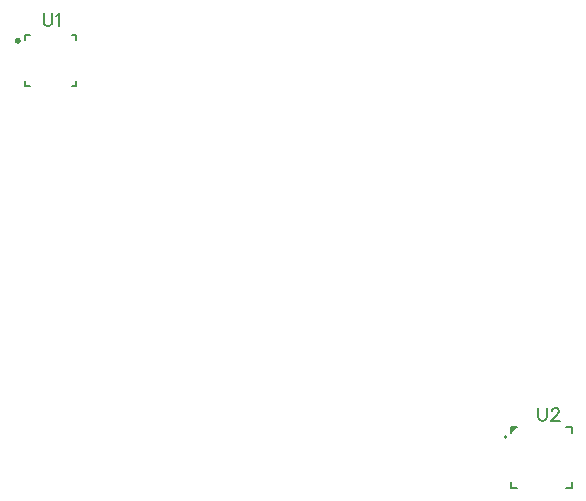
<source format=gto>
G04 Layer: TopSilkLayer*
G04 EasyEDA v6.4.25, 2022-05-19T19:16:08--7:00*
G04 0dbdd77669684f62939db12cf9e3c97e,10*
G04 Gerber Generator version 0.2*
G04 Scale: 100 percent, Rotated: No, Reflected: No *
G04 Dimensions in millimeters *
G04 leading zeros omitted , absolute positions ,4 integer and 5 decimal *
%FSLAX45Y45*%
%MOMM*%

%ADD19C,0.2000*%
%ADD20C,0.1524*%
%ADD21C,0.1500*%

%LPD*%
D20*
X3545840Y8590787D02*
G01*
X3545840Y8512810D01*
X3550920Y8497315D01*
X3561334Y8486902D01*
X3577081Y8481568D01*
X3587495Y8481568D01*
X3602990Y8486902D01*
X3613404Y8497315D01*
X3618484Y8512810D01*
X3618484Y8590787D01*
X3652774Y8569960D02*
G01*
X3663188Y8575039D01*
X3678936Y8590787D01*
X3678936Y8481568D01*
X7734300Y5246115D02*
G01*
X7734300Y5168137D01*
X7739379Y5152644D01*
X7749793Y5142229D01*
X7765541Y5137150D01*
X7775956Y5137150D01*
X7791450Y5142229D01*
X7801863Y5152644D01*
X7806943Y5168137D01*
X7806943Y5246115D01*
X7846568Y5220207D02*
G01*
X7846568Y5225287D01*
X7851647Y5235702D01*
X7856981Y5241036D01*
X7867395Y5246115D01*
X7887970Y5246115D01*
X7898384Y5241036D01*
X7903718Y5235702D01*
X7908797Y5225287D01*
X7908797Y5214873D01*
X7903718Y5204460D01*
X7893304Y5188965D01*
X7841234Y5137150D01*
X7914131Y5137150D01*
G36*
X3327450Y8382050D02*
G01*
X3322929Y8381644D01*
X3318510Y8380425D01*
X3314446Y8378444D01*
X3310737Y8375802D01*
X3307587Y8372500D01*
X3305098Y8368690D01*
X3303320Y8364524D01*
X3302304Y8360105D01*
X3302050Y8355584D01*
X3302660Y8351062D01*
X3304082Y8346744D01*
X3306216Y8342731D01*
X3309010Y8339175D01*
X3312414Y8336127D01*
X3316325Y8333790D01*
X3320592Y8332165D01*
X3325063Y8331352D01*
X3327552Y8331250D01*
X3332073Y8331657D01*
X3336493Y8332876D01*
X3340557Y8334908D01*
X3342436Y8336127D01*
X3345891Y8339175D01*
X3348685Y8342731D01*
X3350818Y8346744D01*
X3352241Y8351062D01*
X3352647Y8353298D01*
X3352800Y8357819D01*
X3352190Y8362340D01*
X3350768Y8366658D01*
X3348634Y8370671D01*
X3345789Y8374227D01*
X3342335Y8377224D01*
X3338474Y8379510D01*
X3334207Y8381136D01*
X3329736Y8381949D01*
G37*
G36*
X7509713Y5083606D02*
G01*
X7502093Y5075986D01*
X7502093Y5034026D01*
X7551674Y5083606D01*
G37*
D19*
X3781803Y7975219D02*
G01*
X3821813Y7975219D01*
X3821813Y8015223D01*
X3781803Y8405238D02*
G01*
X3821813Y8405238D01*
X3821813Y8365236D01*
X3391786Y8365236D02*
G01*
X3391786Y8405238D01*
X3431791Y8405238D01*
X3431791Y7975219D02*
G01*
X3391786Y7975219D01*
X3391786Y8015223D01*
D20*
X7967748Y5083619D02*
G01*
X8017319Y5083619D01*
X8017319Y5034048D01*
X7967748Y4568380D02*
G01*
X8017319Y4568380D01*
X8017319Y4617951D01*
X7551651Y5083619D02*
G01*
X7502080Y5083619D01*
X7502080Y5034048D01*
X7551651Y4568380D02*
G01*
X7502080Y4568380D01*
X7502080Y4617951D01*
D21*
G75*
G01
X7463206Y5001006D02*
G03X7463206Y5001006I-7493J0D01*
M02*

</source>
